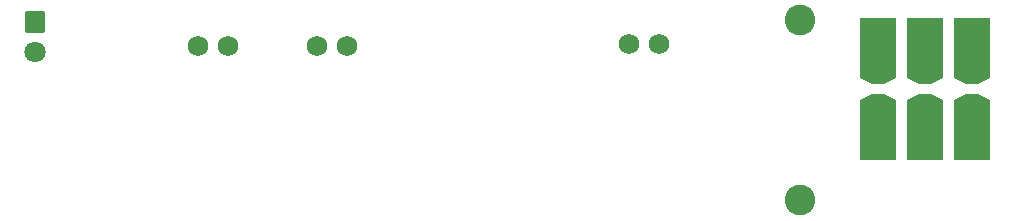
<source format=gbs>
G04 Layer: BottomSolderMaskLayer*
G04 EasyEDA v6.5.38, 2023-11-27 20:20:40*
G04 1703934f7ba948e8a81f3d05deb6a35c,f4da18da4fdc4ae59b3404ca65e04972,10*
G04 Gerber Generator version 0.2*
G04 Scale: 100 percent, Rotated: No, Reflected: No *
G04 Dimensions in millimeters *
G04 leading zeros omitted , absolute positions ,4 integer and 5 decimal *
%FSLAX45Y45*%
%MOMM*%

%AMMACRO1*4,1,36,-0.5,-2.8009,-0.5048,-2.8006,-0.5094,-2.8001,-0.514,-2.7988,-0.5185,-2.7973,-0.5226,-2.7955,-1.5226,-2.2954,-1.5323,-2.2893,-1.5399,-2.2812,-1.546,-2.2718,-1.5495,-2.2611,-1.5508,-2.2499,-1.5508,2.7501,-1.5483,2.7658,-1.5411,2.78,-1.53,2.7912,-1.5157,2.7983,-1.5,2.8009,1.5,2.8009,1.5157,2.7983,1.53,2.7912,1.5411,2.78,1.5483,2.7658,1.5508,2.7501,1.5508,-2.2499,1.5495,-2.2611,1.546,-2.2718,1.5399,-2.2812,1.5323,-2.2893,1.5226,-2.2954,0.5226,-2.7955,0.5185,-2.7973,0.514,-2.7988,0.5094,-2.8001,0.5048,-2.8006,0.5,-2.8009,-0.5,-2.8009,0*%
%AMMACRO2*4,1,36,-1.5,-2.8007,-1.5157,-2.7982,-1.53,-2.7911,-1.5411,-2.7799,-1.5483,-2.7657,-1.5508,-2.7499,-1.5508,2.2501,-1.5495,2.2612,-1.546,2.2719,-1.5399,2.2813,-1.5323,2.2894,-1.5226,2.2955,-0.5226,2.7954,-0.5183,2.7972,-0.514,2.7987,-0.5094,2.8,-0.5048,2.8005,-0.5,2.8007,0.5,2.8007,0.5048,2.8005,0.5094,2.8,0.514,2.7987,0.5183,2.7972,0.5226,2.7954,1.5226,2.2955,1.5323,2.2894,1.5399,2.2813,1.546,2.2719,1.5495,2.2612,1.5508,2.2501,1.5508,-2.7499,1.5483,-2.7657,1.5411,-2.7799,1.53,-2.7911,1.5157,-2.7982,1.5,-2.8007,-1.5,-2.8007,0*%
%AMMACRO3*1,1,$1,$2,$3*1,1,$1,$4,$5*1,1,$1,0-$2,0-$3*1,1,$1,0-$4,0-$5*20,1,$1,$2,$3,$4,$5,0*20,1,$1,$4,$5,0-$2,0-$3,0*20,1,$1,0-$2,0-$3,0-$4,0-$5,0*20,1,$1,0-$4,0-$5,$2,$3,0*4,1,4,$2,$3,$4,$5,0-$2,0-$3,0-$4,0-$5,$2,$3,0*%
%ADD10C,1.7272*%
%ADD11MACRO1*%
%ADD12MACRO2*%
%ADD13C,2.6016*%
%ADD14MACRO3,0.1016X0.7874X0.85X0.7874X-0.85*%
%ADD15C,1.8016*%

%LPD*%
D10*
G01*
X3327400Y5943600D03*
G01*
X3581400Y5943600D03*
D11*
G01*
X5835611Y5890793D03*
G01*
X5435612Y5890793D03*
G01*
X6235611Y5890793D03*
D12*
G01*
X5435612Y5240794D03*
G01*
X5835611Y5240794D03*
G01*
X6235611Y5240794D03*
D10*
G01*
X-317500Y5930900D03*
G01*
X-63500Y5930900D03*
G01*
X685800Y5930900D03*
G01*
X939800Y5930900D03*
D13*
G01*
X4775200Y6146800D03*
G01*
X4775200Y4622800D03*
D14*
G01*
X-1701800Y6134098D03*
D15*
G01*
X-1701800Y5880100D03*
M02*

</source>
